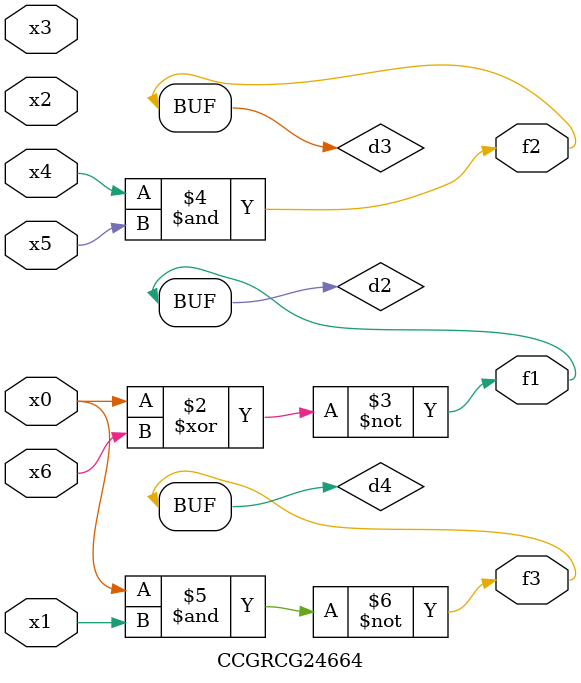
<source format=v>
module CCGRCG24664(
	input x0, x1, x2, x3, x4, x5, x6,
	output f1, f2, f3
);

	wire d1, d2, d3, d4;

	nor (d1, x0);
	xnor (d2, x0, x6);
	and (d3, x4, x5);
	nand (d4, x0, x1);
	assign f1 = d2;
	assign f2 = d3;
	assign f3 = d4;
endmodule

</source>
